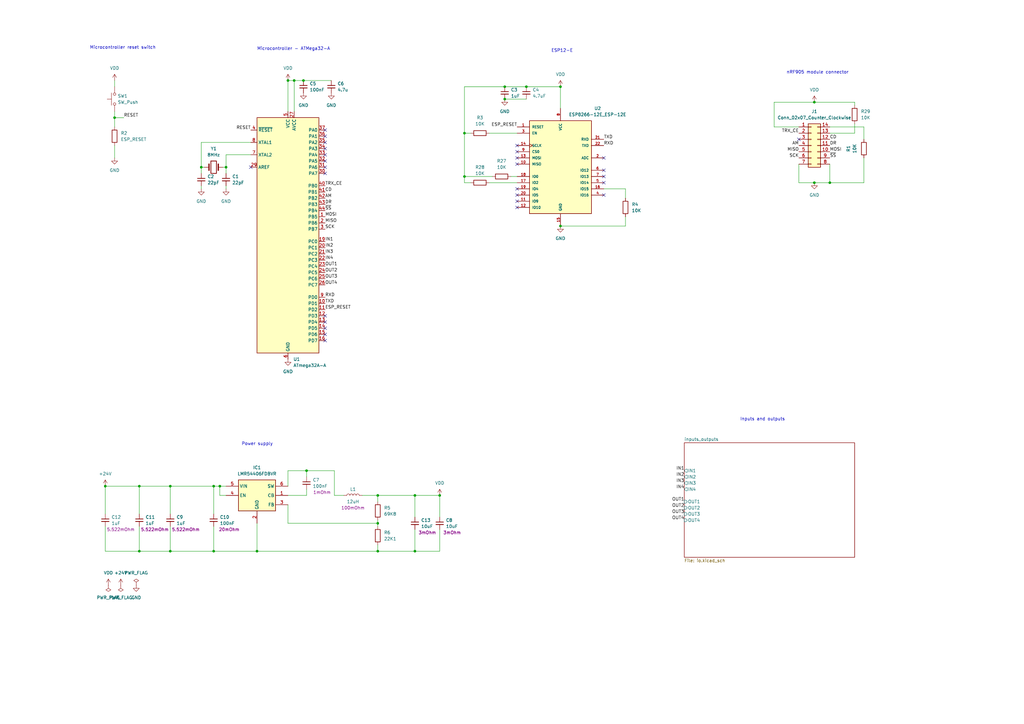
<source format=kicad_sch>
(kicad_sch (version 20230121) (generator eeschema)
  (paper "A3")
  (lib_symbols
    (symbol "Connector_Generic:Conn_02x07_Counter_Clockwise" (pin_names (offset 1.016) hide)
      (property "Reference" "J" (at 1.27 10.16 0))
      (property "Value" "Conn_02x07_Counter_Clockwise" (at 1.27 -10.16 0))
      (symbol "Conn_02x07_Counter_Clockwise_1_1"
        (rectangle (start -1.27 -7.493) (end 0 -7.747) (stroke (width 0.1524)))
        (rectangle (start -1.27 -4.953) (end 0 -5.207) (stroke (width 0.1524)))
        (rectangle (start -1.27 -2.413) (end 0 -2.667) (stroke (width 0.1524)))
        (rectangle (start -1.27 0.127) (end 0 -0.127) (stroke (width 0.1524)))
        (rectangle (start -1.27 2.667) (end 0 2.413) (stroke (width 0.1524)))
        (rectangle (start -1.27 5.207) (end 0 4.953) (stroke (width 0.1524)))
        (rectangle (start -1.27 7.747) (end 0 7.493) (stroke (width 0.1524)))
        (rectangle (start -1.27 8.89) (end 3.81 -8.89) (stroke (width 0.254)) (fill (type background)))
        (rectangle (start 3.81 -7.493) (end 2.54 -7.747) (stroke (width 0.1524)))
        (rectangle (start 3.81 -4.953) (end 2.54 -5.207) (stroke (width 0.1524)))
        (rectangle (start 3.81 -2.413) (end 2.54 -2.667) (stroke (width 0.1524)))
        (rectangle (start 3.81 0.127) (end 2.54 -0.127) (stroke (width 0.1524)))
        (rectangle (start 3.81 2.667) (end 2.54 2.413) (stroke (width 0.1524)))
        (rectangle (start 3.81 5.207) (end 2.54 4.953) (stroke (width 0.1524)))
        (rectangle (start 3.81 7.747) (end 2.54 7.493) (stroke (width 0.1524)))
        (pin passive line (at -5.08 7.62 0) (length 3.81) (name "Pin_1") (number "1"))
        (pin passive line (at 7.62 -2.54 180) (length 3.81) (name "Pin_10") (number "10"))
        (pin passive line (at 7.62 0 180) (length 3.81) (name "Pin_11") (number "11"))
        (pin passive line (at 7.62 2.54 180) (length 3.81) (name "Pin_12") (number "12"))
        (pin passive line (at 7.62 5.08 180) (length 3.81) (name "Pin_13") (number "13"))
        (pin passive line (at 7.62 7.62 180) (length 3.81) (name "Pin_14") (number "14"))
        (pin passive line (at -5.08 5.08 0) (length 3.81) (name "Pin_2") (number "2"))
        (pin passive line (at -5.08 2.54 0) (length 3.81) (name "Pin_3") (number "3"))
        (pin passive line (at -5.08 0 0) (length 3.81) (name "Pin_4") (number "4"))
        (pin passive line (at -5.08 -2.54 0) (length 3.81) (name "Pin_5") (number "5"))
        (pin passive line (at -5.08 -5.08 0) (length 3.81) (name "Pin_6") (number "6"))
        (pin passive line (at -5.08 -7.62 0) (length 3.81) (name "Pin_7") (number "7"))
        (pin passive line (at 7.62 -7.62 180) (length 3.81) (name "Pin_8") (number "8"))
        (pin passive line (at 7.62 -5.08 180) (length 3.81) (name "Pin_9") (number "9"))
      )
    )
    (symbol "Device:C_Small" (pin_numbers hide) (pin_names (offset 0.254) hide)
      (property "Reference" "C" (at 0.254 1.778 0))
      (property "Value" "C_Small" (at 0.254 -2.032 0))
      (symbol "C_Small_0_1"
        (polyline (pts (xy -1.524 -0.508) (xy 1.524 -0.508)) (stroke (width 0.3302)))
        (polyline (pts (xy -1.524 0.508) (xy 1.524 0.508)) (stroke (width 0.3048)))
      )
      (symbol "C_Small_1_1"
        (pin passive line (at 0 2.54 270) (length 2.032) (name "~") (number "1"))
        (pin passive line (at 0 -2.54 90) (length 2.032) (name "~") (number "2"))
      )
    )
    (symbol "Device:Crystal" (pin_numbers hide) (pin_names (offset 1.016) hide)
      (property "Reference" "Y" (at 0 3.81 0))
      (property "Value" "Crystal" (at 0 -3.81 0))
      (symbol "Crystal_0_1"
        (rectangle (start -1.143 2.54) (end 1.143 -2.54) (stroke (width 0.3048)))
        (polyline (pts (xy -2.54 0) (xy -1.905 0)))
        (polyline (pts (xy -1.905 -1.27) (xy -1.905 1.27)) (stroke (width 0.508)))
        (polyline (pts (xy 1.905 -1.27) (xy 1.905 1.27)) (stroke (width 0.508)))
        (polyline (pts (xy 2.54 0) (xy 1.905 0)))
      )
      (symbol "Crystal_1_1"
        (pin passive line (at -3.81 0 0) (length 1.27) (name "1") (number "1"))
        (pin passive line (at 3.81 0 180) (length 1.27) (name "2") (number "2"))
      )
    )
    (symbol "Device:L" (pin_numbers hide) (pin_names (offset 1.016) hide)
      (property "Reference" "L" (at -1.27 0 90))
      (property "Value" "L" (at 1.905 0 90))
      (symbol "L_0_1"
        (arc (start 0 -2.54) (mid 0.6323 -1.905) (end 0 -1.27))
        (arc (start 0 -1.27) (mid 0.6323 -0.635) (end 0 0))
        (arc (start 0 0) (mid 0.6323 0.635) (end 0 1.27))
        (arc (start 0 1.27) (mid 0.6323 1.905) (end 0 2.54))
      )
      (symbol "L_1_1"
        (pin passive line (at 0 3.81 270) (length 1.27) (name "1") (number "1"))
        (pin passive line (at 0 -3.81 90) (length 1.27) (name "2") (number "2"))
      )
    )
    (symbol "Device:R" (pin_numbers hide) (pin_names (offset 0))
      (property "Reference" "R" (at 2.032 0 90))
      (property "Value" "R" (at 0 0 90))
      (symbol "R_0_1"
        (rectangle (start -1.016 -2.54) (end 1.016 2.54) (stroke (width 0.254)))
      )
      (symbol "R_1_1"
        (pin passive line (at 0 3.81 270) (length 1.27) (name "~") (number "1"))
        (pin passive line (at 0 -3.81 90) (length 1.27) (name "~") (number "2"))
      )
    )
    (symbol "ESP8266-12E_ESP-12E:ESP8266-12E_ESP-12E" (pin_names (offset 1.016))
      (property "Reference" "U2" (at 15.24 22.86 0))
      (property "Value" "ESP8266-12E_ESP-12E" (at 15.24 20.32 0))
      (symbol "ESP8266-12E_ESP-12E_0_0"
        (rectangle (start -12.7 -20.32) (end 12.7 17.78) (stroke (width 0.254)) (fill (type background)))
        (pin input line (at -17.78 15.24 0) (length 5.08) (name "RESET") (number "1"))
        (pin bidirectional line (at -17.78 0 0) (length 5.08) (name "MISO") (number "10"))
        (pin bidirectional line (at -17.78 -15.24 0) (length 5.08) (name "IO9") (number "11"))
        (pin bidirectional line (at -17.78 -17.78 0) (length 5.08) (name "IO10") (number "12"))
        (pin bidirectional line (at -17.78 2.54 0) (length 5.08) (name "MOSI") (number "13"))
        (pin input clock (at -17.78 7.62 0) (length 5.08) (name "SCLK") (number "14"))
        (pin power_in line (at 0 -25.4 90) (length 5.08) (name "GND") (number "15"))
        (pin bidirectional line (at 17.78 -10.16 180) (length 5.08) (name "IO15") (number "16"))
        (pin bidirectional line (at -17.78 -7.62 0) (length 5.08) (name "IO2") (number "17"))
        (pin bidirectional line (at -17.78 -5.08 0) (length 5.08) (name "IO0") (number "18"))
        (pin bidirectional line (at -17.78 -10.16 0) (length 5.08) (name "IO4") (number "19"))
        (pin passive line (at 17.78 2.54 180) (length 5.08) (name "ADC") (number "2"))
        (pin bidirectional line (at -17.78 -12.7 0) (length 5.08) (name "IO5") (number "20"))
        (pin input line (at 17.78 10.16 180) (length 5.08) (name "RXD") (number "21"))
        (pin output line (at 17.78 7.62 180) (length 5.08) (name "TXD") (number "22"))
        (pin input line (at -17.78 12.7 0) (length 5.08) (name "EN") (number "3"))
        (pin bidirectional line (at 17.78 -12.7 180) (length 5.08) (name "IO16") (number "4"))
        (pin bidirectional line (at 17.78 -7.62 180) (length 5.08) (name "IO14") (number "5"))
        (pin bidirectional line (at 17.78 -2.54 180) (length 5.08) (name "IO12") (number "6"))
        (pin bidirectional line (at 17.78 -5.08 180) (length 5.08) (name "IO13") (number "7"))
        (pin power_in line (at 0 22.86 270) (length 5.08) (name "VCC") (number "8"))
        (pin input line (at -17.78 5.08 0) (length 5.08) (name "CS0") (number "9"))
      )
    )
    (symbol "LMR54406FDBVR:LMR54406FDBVR"
      (property "Reference" "IC1" (at 12.7 7.62 0))
      (property "Value" "LMR54406FDBVR" (at 12.7 5.08 0))
      (symbol "LMR54406FDBVR_1_1"
        (rectangle (start 5.08 2.54) (end 20.32 -10.16) (stroke (width 0.254)) (fill (type background)))
        (pin passive line (at 25.4 -3.81 180) (length 5.08) (name "CB") (number "1"))
        (pin passive line (at 12.7 -15.24 90) (length 5.08) (name "GND") (number "2"))
        (pin passive line (at 25.4 -7.62 180) (length 5.08) (name "FB") (number "3"))
        (pin passive line (at 0 -3.81 0) (length 5.08) (name "EN") (number "4"))
        (pin passive line (at 0 0 0) (length 5.08) (name "VIN") (number "5"))
        (pin passive line (at 25.4 0 180) (length 5.08) (name "SW") (number "6"))
      )
    )
    (symbol "MCU_Microchip_ATmega:ATmega32A-A"
      (property "Reference" "U" (at -12.7 49.53 0))
      (property "Value" "ATmega32A-A" (at 2.54 -49.53 0))
      (symbol "ATmega32A-A_0_1"
        (rectangle (start -12.7 -48.26) (end 12.7 48.26) (stroke (width 0.254)) (fill (type background)))
      )
      (symbol "ATmega32A-A_1_1"
        (pin bidirectional line (at 15.24 7.62 180) (length 2.54) (name "PB5") (number "1"))
        (pin bidirectional line (at 15.24 -27.94 180) (length 2.54) (name "PD1") (number "10"))
        (pin bidirectional line (at 15.24 -30.48 180) (length 2.54) (name "PD2") (number "11"))
        (pin bidirectional line (at 15.24 -33.02 180) (length 2.54) (name "PD3") (number "12"))
        (pin bidirectional line (at 15.24 -35.56 180) (length 2.54) (name "PD4") (number "13"))
        (pin bidirectional line (at 15.24 -38.1 180) (length 2.54) (name "PD5") (number "14"))
        (pin bidirectional line (at 15.24 -40.64 180) (length 2.54) (name "PD6") (number "15"))
        (pin bidirectional line (at 15.24 -43.18 180) (length 2.54) (name "PD7") (number "16"))
        (pin passive line (at 0 50.8 270) (length 2.54) hide (name "VCC") (number "17"))
        (pin passive line (at 0 -50.8 90) (length 2.54) hide (name "GND") (number "18"))
        (pin bidirectional line (at 15.24 -2.54 180) (length 2.54) (name "PC0") (number "19"))
        (pin bidirectional line (at 15.24 5.08 180) (length 2.54) (name "PB6") (number "2"))
        (pin bidirectional line (at 15.24 -5.08 180) (length 2.54) (name "PC1") (number "20"))
        (pin bidirectional line (at 15.24 -7.62 180) (length 2.54) (name "PC2") (number "21"))
        (pin bidirectional line (at 15.24 -10.16 180) (length 2.54) (name "PC3") (number "22"))
        (pin bidirectional line (at 15.24 -12.7 180) (length 2.54) (name "PC4") (number "23"))
        (pin bidirectional line (at 15.24 -15.24 180) (length 2.54) (name "PC5") (number "24"))
        (pin bidirectional line (at 15.24 -17.78 180) (length 2.54) (name "PC6") (number "25"))
        (pin bidirectional line (at 15.24 -20.32 180) (length 2.54) (name "PC7") (number "26"))
        (pin power_in line (at 2.54 50.8 270) (length 2.54) (name "AVCC") (number "27"))
        (pin passive line (at 0 -50.8 90) (length 2.54) hide (name "GND") (number "28"))
        (pin passive line (at -15.24 27.94 0) (length 2.54) (name "AREF") (number "29"))
        (pin bidirectional line (at 15.24 2.54 180) (length 2.54) (name "PB7") (number "3"))
        (pin bidirectional line (at 15.24 25.4 180) (length 2.54) (name "PA7") (number "30"))
        (pin bidirectional line (at 15.24 27.94 180) (length 2.54) (name "PA6") (number "31"))
        (pin bidirectional line (at 15.24 30.48 180) (length 2.54) (name "PA5") (number "32"))
        (pin bidirectional line (at 15.24 33.02 180) (length 2.54) (name "PA4") (number "33"))
        (pin bidirectional line (at 15.24 35.56 180) (length 2.54) (name "PA3") (number "34"))
        (pin bidirectional line (at 15.24 38.1 180) (length 2.54) (name "PA2") (number "35"))
        (pin bidirectional line (at 15.24 40.64 180) (length 2.54) (name "PA1") (number "36"))
        (pin bidirectional line (at 15.24 43.18 180) (length 2.54) (name "PA0") (number "37"))
        (pin passive line (at 0 50.8 270) (length 2.54) hide (name "VCC") (number "38"))
        (pin passive line (at 0 -50.8 90) (length 2.54) hide (name "GND") (number "39"))
        (pin input line (at -15.24 43.18 0) (length 2.54) (name "~{RESET}") (number "4"))
        (pin bidirectional line (at 15.24 20.32 180) (length 2.54) (name "PB0") (number "40"))
        (pin bidirectional line (at 15.24 17.78 180) (length 2.54) (name "PB1") (number "41"))
        (pin bidirectional line (at 15.24 15.24 180) (length 2.54) (name "PB2") (number "42"))
        (pin bidirectional line (at 15.24 12.7 180) (length 2.54) (name "PB3") (number "43"))
        (pin bidirectional line (at 15.24 10.16 180) (length 2.54) (name "PB4") (number "44"))
        (pin power_in line (at 0 50.8 270) (length 2.54) (name "VCC") (number "5"))
        (pin power_in line (at 0 -50.8 90) (length 2.54) (name "GND") (number "6"))
        (pin output line (at -15.24 33.02 0) (length 2.54) (name "XTAL2") (number "7"))
        (pin input line (at -15.24 38.1 0) (length 2.54) (name "XTAL1") (number "8"))
        (pin bidirectional line (at 15.24 -25.4 180) (length 2.54) (name "PD0") (number "9"))
      )
    )
    (symbol "Switch:SW_Push" (pin_numbers hide) (pin_names (offset 1.016) hide)
      (property "Reference" "SW" (at 1.27 2.54 0))
      (property "Value" "SW_Push" (at 0 -1.524 0))
      (symbol "SW_Push_0_1"
        (circle (center -2.032 0) (radius 0.508))
        (polyline (pts (xy 0 1.27) (xy 0 3.048)))
        (polyline (pts (xy 2.54 1.27) (xy -2.54 1.27)))
        (circle (center 2.032 0) (radius 0.508))
        (pin passive line (at -5.08 0 0) (length 2.54) (name "1") (number "1"))
        (pin passive line (at 5.08 0 180) (length 2.54) (name "2") (number "2"))
      )
    )
    (symbol "power:+24V" (power) (pin_names (offset 0))
      (property "Value" "+24V" (at 0 3.556 0))
      (symbol "+24V_0_1"
        (polyline (pts (xy -0.762 1.27) (xy 0 2.54)))
        (polyline (pts (xy 0 0) (xy 0 2.54)))
        (polyline (pts (xy 0 2.54) (xy 0.762 1.27)))
      )
      (symbol "+24V_1_1"
        (pin power_in line (at 0 0 90) (length 0) hide (name "+24V") (number "1"))
      )
    )
    (symbol "power:GND" (power) (pin_names (offset 0))
      (property "Value" "GND" (at 0 -3.81 0))
      (symbol "GND_0_1"
        (polyline (pts (xy 0 0) (xy 0 -1.27) (xy 1.27 -1.27) (xy 0 -2.54) (xy -1.27 -1.27) (xy 0 -1.27)))
      )
      (symbol "GND_1_1"
        (pin power_in line (at 0 0 270) (length 0) hide (name "GND") (number "1"))
      )
    )
    (symbol "power:PWR_FLAG" (power) (pin_numbers hide) (pin_names (offset 0) hide)
      (property "Value" "PWR_FLAG" (at 0 3.81 0))
      (symbol "PWR_FLAG_0_0"
        (pin power_out line (at 0 0 90) (length 0) (name "pwr") (number "1"))
      )
      (symbol "PWR_FLAG_0_1"
        (polyline (pts (xy 0 0) (xy 0 1.27) (xy -1.016 1.905) (xy 0 2.54) (xy 1.016 1.905) (xy 0 1.27)))
      )
    )
    (symbol "power:VDD" (power) (pin_names (offset 0))
      (property "Value" "VDD" (at 0 3.81 0))
      (symbol "VDD_0_1"
        (polyline (pts (xy -0.762 1.27) (xy 0 2.54)))
        (polyline (pts (xy 0 0) (xy 0 2.54)))
        (polyline (pts (xy 0 2.54) (xy 0.762 1.27)))
      )
      (symbol "VDD_1_1"
        (pin power_in line (at 0 0 90) (length 0) hide (name "VDD") (number "1"))
      )
    )
  )
  (junction (at 334.01 41.91))
  (junction (at 82.55 68.58))
  (junction (at 118.11 33.02))
  (junction (at 43.18 199.39))
  (junction (at 229.87 35.56))
  (junction (at 154.94 214.63))
  (junction (at 120.65 33.02))
  (junction (at 87.63 199.39))
  (junction (at 215.9 35.56))
  (junction (at 170.18 203.2))
  (junction (at 207.01 35.56))
  (junction (at 105.41 226.06))
  (junction (at 57.15 226.06))
  (junction (at 190.5 54.61))
  (junction (at 69.85 226.06))
  (junction (at 170.18 226.06))
  (junction (at 154.94 226.06))
  (junction (at 334.01 74.93))
  (junction (at 69.85 199.39))
  (junction (at 92.71 68.58))
  (junction (at 90.17 199.39))
  (junction (at 207.01 40.64))
  (junction (at 180.34 203.2))
  (junction (at 125.73 193.04))
  (junction (at 340.36 74.93))
  (junction (at 57.15 199.39))
  (junction (at 124.46 33.02))
  (junction (at 190.5 72.39))
  (junction (at 229.87 92.71))
  (junction (at 46.99 48.26))
  (junction (at 87.63 226.06))
  (junction (at 154.94 203.2))
  (no_connect (at 212.09 77.47))
  (no_connect (at 212.09 67.31))
  (no_connect (at 212.09 64.77))
  (no_connect (at 212.09 82.55))
  (no_connect (at 247.65 64.77))
  (no_connect (at 247.65 74.93))
  (no_connect (at 133.35 66.04))
  (no_connect (at 247.65 72.39))
  (no_connect (at 212.09 80.01))
  (no_connect (at 212.09 85.09))
  (no_connect (at 133.35 68.58))
  (no_connect (at 212.09 59.69))
  (no_connect (at 102.87 68.58))
  (no_connect (at 247.65 69.85))
  (no_connect (at 133.35 139.7))
  (no_connect (at 133.35 132.08))
  (no_connect (at 133.35 53.34))
  (no_connect (at 133.35 129.54))
  (no_connect (at 133.35 134.62))
  (no_connect (at 133.35 71.12))
  (no_connect (at 247.65 80.01))
  (no_connect (at 212.09 62.23))
  (no_connect (at 133.35 58.42))
  (no_connect (at 327.66 57.15))
  (no_connect (at 133.35 55.88))
  (no_connect (at 133.35 137.16))
  (no_connect (at 133.35 63.5))
  (no_connect (at 133.35 60.96))
  (wire (pts (xy 215.9 35.56) (xy 229.87 35.56)))
  (wire (pts (xy 87.63 210.82) (xy 87.63 199.39)))
  (wire (pts (xy 118.11 199.39) (xy 118.11 193.04)))
  (wire (pts (xy 57.15 210.82) (xy 57.15 199.39)))
  (wire (pts (xy 118.11 214.63) (xy 118.11 207.01)))
  (wire (pts (xy 118.11 203.2) (xy 125.73 203.2)))
  (wire (pts (xy 154.94 203.2) (xy 170.18 203.2)))
  (wire (pts (xy 43.18 226.06) (xy 57.15 226.06)))
  (wire (pts (xy 46.99 33.02) (xy 46.99 35.56)))
  (wire (pts (xy 43.18 215.9) (xy 43.18 226.06)))
  (wire (pts (xy 350.52 41.91) (xy 350.52 43.18)))
  (wire (pts (xy 229.87 35.56) (xy 229.87 44.45)))
  (wire (pts (xy 118.11 33.02) (xy 118.11 45.72)))
  (wire (pts (xy 82.55 68.58) (xy 82.55 71.12)))
  (wire (pts (xy 120.65 33.02) (xy 120.65 45.72)))
  (wire (pts (xy 154.94 226.06) (xy 105.41 226.06)))
  (wire (pts (xy 118.11 33.02) (xy 120.65 33.02)))
  (wire (pts (xy 46.99 48.26) (xy 50.8 48.26)))
  (wire (pts (xy 148.59 203.2) (xy 154.94 203.2)))
  (wire (pts (xy 92.71 68.58) (xy 92.71 63.5)))
  (wire (pts (xy 57.15 199.39) (xy 69.85 199.39)))
  (wire (pts (xy 154.94 213.36) (xy 154.94 214.63)))
  (wire (pts (xy 154.94 223.52) (xy 154.94 226.06)))
  (wire (pts (xy 354.33 64.77) (xy 354.33 74.93)))
  (wire (pts (xy 180.34 226.06) (xy 170.18 226.06)))
  (wire (pts (xy 190.5 35.56) (xy 207.01 35.56)))
  (wire (pts (xy 137.16 203.2) (xy 140.97 203.2)))
  (wire (pts (xy 350.52 54.61) (xy 340.36 54.61)))
  (wire (pts (xy 350.52 41.91) (xy 334.01 41.91)))
  (wire (pts (xy 207.01 40.64) (xy 215.9 40.64)))
  (wire (pts (xy 180.34 203.2) (xy 180.34 212.09)))
  (wire (pts (xy 124.46 33.02) (xy 135.89 33.02)))
  (wire (pts (xy 340.36 74.93) (xy 340.36 67.31)))
  (wire (pts (xy 180.34 217.17) (xy 180.34 226.06)))
  (wire (pts (xy 190.5 72.39) (xy 190.5 54.61)))
  (wire (pts (xy 154.94 214.63) (xy 118.11 214.63)))
  (wire (pts (xy 170.18 203.2) (xy 170.18 212.09)))
  (wire (pts (xy 209.55 72.39) (xy 212.09 72.39)))
  (wire (pts (xy 46.99 45.72) (xy 46.99 48.26)))
  (wire (pts (xy 247.65 77.47) (xy 256.54 77.47)))
  (wire (pts (xy 105.41 214.63) (xy 105.41 226.06)))
  (wire (pts (xy 350.52 50.8) (xy 350.52 54.61)))
  (wire (pts (xy 193.04 54.61) (xy 190.5 54.61)))
  (wire (pts (xy 57.15 226.06) (xy 69.85 226.06)))
  (wire (pts (xy 87.63 199.39) (xy 90.17 199.39)))
  (wire (pts (xy 92.71 68.58) (xy 92.71 71.12)))
  (wire (pts (xy 69.85 199.39) (xy 69.85 210.82)))
  (wire (pts (xy 46.99 59.69) (xy 46.99 64.77)))
  (wire (pts (xy 69.85 199.39) (xy 87.63 199.39)))
  (wire (pts (xy 82.55 58.42) (xy 82.55 68.58)))
  (wire (pts (xy 43.18 199.39) (xy 43.18 210.82)))
  (wire (pts (xy 256.54 88.9) (xy 256.54 92.71)))
  (wire (pts (xy 57.15 215.9) (xy 57.15 226.06)))
  (wire (pts (xy 92.71 63.5) (xy 102.87 63.5)))
  (wire (pts (xy 354.33 52.07) (xy 340.36 52.07)))
  (wire (pts (xy 190.5 54.61) (xy 190.5 35.56)))
  (wire (pts (xy 92.71 68.58) (xy 91.44 68.58)))
  (wire (pts (xy 87.63 226.06) (xy 87.63 215.9)))
  (wire (pts (xy 170.18 226.06) (xy 154.94 226.06)))
  (wire (pts (xy 229.87 92.71) (xy 256.54 92.71)))
  (wire (pts (xy 69.85 215.9) (xy 69.85 226.06)))
  (wire (pts (xy 212.09 54.61) (xy 200.66 54.61)))
  (wire (pts (xy 334.01 74.93) (xy 327.66 74.93)))
  (wire (pts (xy 43.18 199.39) (xy 57.15 199.39)))
  (wire (pts (xy 317.5 41.91) (xy 317.5 52.07)))
  (wire (pts (xy 190.5 72.39) (xy 201.93 72.39)))
  (wire (pts (xy 256.54 77.47) (xy 256.54 81.28)))
  (wire (pts (xy 125.73 195.58) (xy 125.73 193.04)))
  (wire (pts (xy 105.41 226.06) (xy 87.63 226.06)))
  (wire (pts (xy 212.09 74.93) (xy 200.66 74.93)))
  (wire (pts (xy 170.18 203.2) (xy 180.34 203.2)))
  (wire (pts (xy 90.17 199.39) (xy 92.71 199.39)))
  (wire (pts (xy 154.94 203.2) (xy 154.94 205.74)))
  (wire (pts (xy 69.85 226.06) (xy 87.63 226.06)))
  (wire (pts (xy 193.04 74.93) (xy 190.5 74.93)))
  (wire (pts (xy 317.5 52.07) (xy 327.66 52.07)))
  (wire (pts (xy 120.65 33.02) (xy 124.46 33.02)))
  (wire (pts (xy 118.11 193.04) (xy 125.73 193.04)))
  (wire (pts (xy 334.01 41.91) (xy 317.5 41.91)))
  (wire (pts (xy 125.73 203.2) (xy 125.73 200.66)))
  (wire (pts (xy 46.99 48.26) (xy 46.99 52.07)))
  (wire (pts (xy 170.18 217.17) (xy 170.18 226.06)))
  (wire (pts (xy 334.01 74.93) (xy 340.36 74.93)))
  (wire (pts (xy 190.5 74.93) (xy 190.5 72.39)))
  (wire (pts (xy 82.55 68.58) (xy 83.82 68.58)))
  (wire (pts (xy 82.55 76.2) (xy 82.55 77.47)))
  (wire (pts (xy 154.94 214.63) (xy 154.94 215.9)))
  (wire (pts (xy 82.55 58.42) (xy 102.87 58.42)))
  (wire (pts (xy 137.16 193.04) (xy 137.16 203.2)))
  (wire (pts (xy 354.33 52.07) (xy 354.33 57.15)))
  (wire (pts (xy 207.01 35.56) (xy 215.9 35.56)))
  (wire (pts (xy 90.17 203.2) (xy 90.17 199.39)))
  (wire (pts (xy 125.73 193.04) (xy 137.16 193.04)))
  (wire (pts (xy 92.71 76.2) (xy 92.71 77.47)))
  (wire (pts (xy 327.66 74.93) (xy 327.66 67.31)))
  (wire (pts (xy 340.36 74.93) (xy 354.33 74.93)))
  (wire (pts (xy 92.71 203.2) (xy 90.17 203.2)))
  (text "Power supply\n" (at 99.06 182.88 0) (effects (font (size 1.27 1.27)) (justify left bottom)))
  (text "nRF905 module connector\n" (at 322.58 30.48 0) (effects (font (size 1.27 1.27)) (justify left bottom)))
  (text "Inputs and outputs\n" (at 303.53 172.72 0) (effects (font (size 1.27 1.27)) (justify left bottom)))
  (text "Microcontroller reset switch" (at 36.83 20.32 0) (effects (font (size 1.27 1.27)) (justify left bottom)))
  (text "Microcontroller - ATMega32-A\n\n" (at 105.41 22.86 0) (effects (font (size 1.27 1.27)) (justify left bottom)))
  (text "ESP12-E\n" (at 226.06 21.59 0) (effects (font (size 1.27 1.27)) (justify left bottom)))
  (label "IN4" (at 133.35 106.68 0))
  (label "RXD" (at 133.35 121.92 0))
  (label "OUT4" (at 133.35 116.84 0))
  (label "DR" (at 133.35 83.82 0))
  (label "SCK" (at 327.66 64.77 180))
  (label "RESET" (at 50.8 48.26 0))
  (label "CD" (at 340.36 57.15 0))
  (label "OUT4" (at 280.67 213.36 180))
  (label "OUT1" (at 280.67 205.74 180))
  (label "IN2" (at 280.67 195.58 180))
  (label "IN4" (at 280.67 200.66 180))
  (label "TRX_CE" (at 327.66 54.61 180))
  (label "OUT2" (at 280.67 208.28 180))
  (label "ESP_RESET" (at 212.09 52.07 180))
  (label "MISO" (at 327.66 62.23 180))
  (label "MOSI" (at 133.35 88.9 0))
  (label "SCK" (at 133.35 93.98 0))
  (label "AM" (at 133.35 81.28 0))
  (label "OUT3" (at 280.67 210.82 180))
  (label "IN2" (at 133.35 101.6 0))
  (label "TXD" (at 247.65 57.15 0))
  (label "MISO" (at 133.35 91.44 0))
  (label "IN3" (at 280.67 198.12 180))
  (label "RXD" (at 247.65 59.69 0))
  (label "IN1" (at 133.35 99.06 0))
  (label "~{SS}" (at 340.36 64.77 0))
  (label "IN1" (at 280.67 193.04 180))
  (label "OUT3" (at 133.35 114.3 0))
  (label "ESP_RESET" (at 133.35 127 0))
  (label "OUT2" (at 133.35 111.76 0))
  (label "IN3" (at 133.35 104.14 0))
  (label "OUT1" (at 133.35 109.22 0))
  (label "AM" (at 327.66 59.69 180))
  (label "RESET" (at 102.87 53.34 180))
  (label "CD" (at 133.35 78.74 0))
  (label "MOSI" (at 340.36 62.23 0))
  (label "TRX_CE" (at 133.35 76.2 0))
  (label "~{SS}" (at 133.35 86.36 0))
  (label "DR" (at 340.36 59.69 0))
  (label "TXD" (at 133.35 124.46 0))
  (symbol (lib_id "power:VDD") (at 118.11 33.02 0) (unit 1)
    (property "Reference" "#PWR02" (effects hide))
    (property "Value" "VDD" (at 118.11 27.94 0))
  )
  (symbol (lib_id "Device:C_Small") (at 125.73 198.12 0) (unit 1)
    (property "Reference" "C7" (at 128.27 196.8563 0) (effects (justify left)))
    (property "Value" "100nF" (at 128.27 199.3963 0) (effects (justify left)))
    (property "ESR" "1mOhm" (at 132.08 201.93 0))
  )
  (symbol (lib_id "power:GND") (at 207.01 40.64 0) (unit 1)
    (property "Reference" "#PWR011" (effects hide))
    (property "Value" "GND" (at 207.01 45.72 0))
  )
  (symbol (lib_id "Device:C_Small") (at 69.85 213.36 0) (unit 1)
    (property "Reference" "C9" (at 72.39 212.0963 0) (effects (justify left)))
    (property "Value" "1uF" (at 72.39 214.6363 0) (effects (justify left)))
    (property "ESR" "5.522mOhm" (at 76.2 217.17 0))
    (property "QTY" "Qty=3" (effects hide))
  )
  (symbol (lib_id "power:VDD") (at 180.34 203.2 0) (unit 1)
    (property "Reference" "#PWR016" (effects hide))
    (property "Value" "VDD" (at 180.34 198.12 0))
  )
  (symbol (lib_id "power:+24V") (at 49.53 240.03 0) (unit 1)
    (property "Reference" "#PWR042" (effects hide))
    (property "Value" "+24V" (at 49.53 234.95 0))
  )
  (symbol (lib_id "power:GND") (at 124.46 38.1 0) (unit 1)
    (property "Reference" "#PWR013" (effects hide))
    (property "Value" "GND" (at 124.46 43.18 0))
  )
  (symbol (lib_id "power:+24V") (at 43.18 199.39 0) (unit 1)
    (property "Reference" "#PWR015" (effects hide))
    (property "Value" "+24V" (at 43.18 194.31 0))
  )
  (symbol (lib_id "Device:C_Small") (at 215.9 38.1 0) (unit 1)
    (property "Reference" "C4" (at 218.44 36.8363 0) (effects (justify left)))
    (property "Value" "4.7uF" (at 218.44 39.3763 0) (effects (justify left)))
  )
  (symbol (lib_id "Connector_Generic:Conn_02x07_Counter_Clockwise") (at 332.74 59.69 0) (unit 1)
    (property "Reference" "J1" (at 334.01 45.72 0))
    (property "Value" "Conn_02x07_Counter_Clockwise" (at 334.01 48.26 0))
  )
  (symbol (lib_id "Device:C_Small") (at 43.18 213.36 0) (unit 1)
    (property "Reference" "C12" (at 45.72 212.0963 0) (effects (justify left)))
    (property "Value" "1uF" (at 45.72 214.6363 0) (effects (justify left)))
    (property "ESR" "5.522mOhm" (at 49.53 217.17 0))
    (property "QTY" "Qty=3" (effects hide))
  )
  (symbol (lib_id "power:VDD") (at 229.87 35.56 0) (unit 1)
    (property "Reference" "#PWR044" (effects hide))
    (property "Value" "VDD" (at 229.87 30.48 0))
  )
  (symbol (lib_id "Device:C_Small") (at 170.18 214.63 0) (unit 1)
    (property "Reference" "C13" (at 172.72 213.3663 0) (effects (justify left)))
    (property "Value" "10uF" (at 172.72 215.9063 0) (effects (justify left)))
    (property "ESR" "3mOhm" (at 175.26 218.44 0))
    (property "QTY" "Qty=2" (effects hide))
  )
  (symbol (lib_id "Device:C_Small") (at 82.55 73.66 0) (unit 1)
    (property "Reference" "C2" (at 85.09 72.3963 0) (effects (justify left)))
    (property "Value" "22pF" (at 85.09 74.9363 0) (effects (justify left)))
  )
  (symbol (lib_id "power:PWR_FLAG") (at 55.88 240.03 0) (unit 1)
    (property "Reference" "#FLG03" (effects hide))
    (property "Value" "PWR_FLAG" (at 55.88 234.95 0))
  )
  (symbol (lib_id "power:GND") (at 118.11 147.32 0) (unit 1)
    (property "Reference" "#PWR01" (effects hide))
    (property "Value" "GND" (at 118.11 152.4 0))
  )
  (symbol (lib_id "power:GND") (at 82.55 77.47 0) (unit 1)
    (property "Reference" "#PWR05" (effects hide))
    (property "Value" "GND" (at 82.55 82.55 0))
  )
  (symbol (lib_id "Device:C_Small") (at 92.71 73.66 0) (unit 1)
    (property "Reference" "C1" (at 95.25 72.3963 0) (effects (justify left)))
    (property "Value" "22pF" (at 95.25 74.9363 0) (effects (justify left)))
  )
  (symbol (lib_id "power:VDD") (at 44.45 240.03 0) (unit 1)
    (property "Reference" "#PWR041" (effects hide))
    (property "Value" "VDD" (at 44.45 234.95 0))
  )
  (symbol (lib_id "Device:L") (at 144.78 203.2 90) (unit 1)
    (property "Reference" "L1" (at 144.78 200.66 90))
    (property "Value" "12uH" (at 144.78 205.74 90))
    (property "ESR" "100mOhm" (at 144.78 208.28 90))
  )
  (symbol (lib_id "Device:C_Small") (at 124.46 35.56 0) (unit 1)
    (property "Reference" "C5" (at 127 34.2963 0) (effects (justify left)))
    (property "Value" "100nF" (at 127 36.8363 0) (effects (justify left)))
  )
  (symbol (lib_id "Device:R") (at 196.85 54.61 90) (unit 1)
    (property "Reference" "R3" (at 196.85 48.26 90))
    (property "Value" "10K" (at 196.85 50.8 90))
  )
  (symbol (lib_id "power:GND") (at 55.88 240.03 0) (unit 1)
    (property "Reference" "#PWR043" (effects hide))
    (property "Value" "GND" (at 55.88 245.11 0))
  )
  (symbol (lib_id "Device:C_Small") (at 57.15 213.36 0) (unit 1)
    (property "Reference" "C11" (at 59.69 212.0963 0) (effects (justify left)))
    (property "Value" "1uF" (at 59.69 214.6363 0) (effects (justify left)))
    (property "ESR" "5.522mOhm" (at 63.5 217.17 0))
    (property "QTY" "Qty=3" (effects hide))
  )
  (symbol (lib_id "Device:R") (at 256.54 85.09 0) (unit 1)
    (property "Reference" "R4" (at 259.08 83.82 0) (effects (justify left)))
    (property "Value" "10K" (at 259.08 86.36 0) (effects (justify left)))
  )
  (symbol (lib_id "Device:R") (at 205.74 72.39 90) (unit 1)
    (property "Reference" "R27" (at 205.74 66.04 90))
    (property "Value" "10K" (at 205.74 68.58 90))
  )
  (symbol (lib_id "Device:R") (at 354.33 60.96 0) (unit 1)
    (property "Reference" "R1" (at 347.98 60.96 90))
    (property "Value" "10K" (at 350.52 60.96 90))
  )
  (symbol (lib_id "power:GND") (at 135.89 38.1 0) (unit 1)
    (property "Reference" "#PWR014" (effects hide))
    (property "Value" "GND" (at 135.89 43.18 0))
  )
  (symbol (lib_id "Device:R") (at 350.52 46.99 180) (unit 1)
    (property "Reference" "R29" (at 353.06 45.72 0) (effects (justify right)))
    (property "Value" "10K" (at 353.06 48.26 0) (effects (justify right)))
  )
  (symbol (lib_id "power:PWR_FLAG") (at 44.45 240.03 180) (unit 1)
    (property "Reference" "#FLG01" (effects hide))
    (property "Value" "PWR_FLAG" (at 44.45 245.11 0))
  )
  (symbol (lib_id "ESP8266-12E_ESP-12E:ESP8266-12E_ESP-12E") (at 229.87 67.31 0) (unit 1)
    (property "Reference" "U2" (at 245.11 44.45 0))
    (property "Value" "ESP8266-12E_ESP-12E" (at 245.11 46.99 0))
    (property "Footprint" "ESP8266-12E_ESP-12E:XCVR_ESP8266-12E_ESP-12E" (effects hide))
    (property "MF" "AI-Thinker" (effects hide))
    (property "Description" "\nThis WiFi module has a 32-bit MCU micro and clock speeds supporting 80 MHz or 160 MHz. Supports the RTOS and integrated Wi-Fi MAC/BB/RF/PA/LNA, and has an on-board antenna.\n" (effects hide))
    (property "Package" "None" (effects hide))
    (property "Price" "None" (effects hide))
    (property "Check_prices" "https://www.snapeda.com/parts/ESP8266-12E/ESP-12E/AI-Thinker/view-part/?ref=eda" (effects hide))
    (property "SnapEDA_Link" "https://www.snapeda.com/parts/ESP8266-12E/ESP-12E/AI-Thinker/view-part/?ref=snap" (effects hide))
    (property "MP" "ESP8266-12E/ESP-12E" (effects hide))
    (property "Availability" "Not in stock" (effects hide))
    (property "MANUFACTURER" "AI-Thinker" (effects hide))
  )
  (symbol (lib_id "power:GND") (at 46.99 64.77 0) (unit 1)
    (property "Reference" "#PWR010" (effects hide))
    (property "Value" "GND" (at 46.99 69.85 0))
  )
  (symbol (lib_id "Device:C_Small") (at 180.34 214.63 0) (unit 1)
    (property "Reference" "C8" (at 182.88 213.3663 0) (effects (justify left)))
    (property "Value" "10uF" (at 182.88 215.9063 0) (effects (justify left)))
    (property "ESR" "3mOhm" (at 185.42 218.44 0))
    (property "QTY" "Qty=2" (effects hide))
  )
  (symbol (lib_id "Device:C_Small") (at 207.01 38.1 0) (unit 1)
    (property "Reference" "C3" (at 209.55 36.8363 0) (effects (justify left)))
    (property "Value" "1uF" (at 209.55 39.3763 0) (effects (justify left)))
  )
  (symbol (lib_id "power:PWR_FLAG") (at 49.53 240.03 180) (unit 1)
    (property "Reference" "#FLG02" (effects hide))
    (property "Value" "PWR_FLAG" (at 49.53 245.11 0))
  )
  (symbol (lib_id "MCU_Microchip_ATmega:ATmega32A-A") (at 118.11 96.52 0) (unit 1)
    (property "Reference" "U1" (at 120.3041 147.32 0) (effects (justify left)))
    (property "Value" "ATmega32A-A" (at 120.3041 149.86 0) (effects (justify left)))
    (property "Footprint" "Package_QFP:TQFP-44_10x10mm_P0.8mm" (effects hide))
    (property "Datasheet" "http://ww1.microchip.com/downloads/en/DeviceDoc/atmel-8155-8-bit-microcontroller-avr-atmega32a_datasheet.pdf" (effects hide))
  )
  (symbol (lib_id "Device:R") (at 154.94 219.71 0) (unit 1)
    (property "Reference" "R6" (at 157.48 218.44 0) (effects (justify left)))
    (property "Value" "22K1" (at 157.48 220.98 0) (effects (justify left)))
  )
  (symbol (lib_id "power:VDD") (at 46.99 33.02 0) (unit 1)
    (property "Reference" "#PWR03" (effects hide))
    (property "Value" "VDD" (at 46.99 27.94 0))
  )
  (symbol (lib_id "Device:R") (at 196.85 74.93 90) (unit 1)
    (property "Reference" "R28" (at 196.85 68.58 90))
    (property "Value" "10K" (at 196.85 71.12 90))
  )
  (symbol (lib_id "power:GND") (at 229.87 92.71 0) (unit 1)
    (property "Reference" "#PWR012" (effects hide))
    (property "Value" "GND" (at 229.87 97.79 0))
  )
  (symbol (lib_id "Device:R") (at 154.94 209.55 0) (unit 1)
    (property "Reference" "R5" (at 157.48 208.28 0) (effects (justify left)))
    (property "Value" "69K8" (at 157.48 210.82 0) (effects (justify left)))
  )
  (symbol (lib_id "Switch:SW_Push") (at 46.99 40.64 90) (unit 1)
    (property "Reference" "SW1" (at 48.26 39.37 90) (effects (justify right)))
    (property "Value" "SW_Push" (at 48.26 41.91 90) (effects (justify right)))
  )
  (symbol (lib_id "Device:Crystal") (at 87.63 68.58 0) (unit 1)
    (property "Reference" "Y1" (at 87.63 60.96 0))
    (property "Value" "8MHz" (at 87.63 63.5 0))
  )
  (symbol (lib_id "power:VDD") (at 334.01 41.91 0) (unit 1)
    (property "Reference" "#PWR049" (effects hide))
    (property "Value" "VDD" (at 334.01 36.83 0))
  )
  (symbol (lib_id "Device:C_Small") (at 87.63 213.36 0) (unit 1)
    (property "Reference" "C10" (at 90.17 212.0963 0) (effects (justify left)))
    (property "Value" "100nF" (at 90.17 214.6363 0) (effects (justify left)))
    (property "ESR" "20mOhm" (at 93.98 217.17 0))
    (property "QTY" "Qty=2" (effects hide))
  )
  (symbol (lib_id "power:GND") (at 334.01 74.93 0) (unit 1)
    (property "Reference" "#PWR07" (effects hide))
    (property "Value" "GND" (at 334.01 80.01 0))
  )
  (symbol (lib_id "LMR54406FDBVR:LMR54406FDBVR") (at 92.71 199.39 0) (unit 1)
    (property "Reference" "IC1" (at 105.41 191.77 0))
    (property "Value" "LMR54406FDBVR" (at 105.41 194.31 0))
    (property "Footprint" "SOT95P280X145-6N" (effects hide))
    (property "Datasheet" "https://www.ti.com/lit/ds/symlink/lmr54406.pdf?HQS=dis-mous-null-mousermode-dsf-pf-null-wwe&ts=1658823113046&ref_url=https%253A%252F%252Fwww.mouser.in%252F" (effects hide))
    (property "Height" "1.45" (effects hide))
    (property "Mouser Part Number" "595-LMR54406FDBVR" (effects hide))
    (property "Mouser Price/Stock" "https://www.mouser.co.uk/ProductDetail/Texas-Instruments/LMR54406FDBVR?qs=rSMjJ%252B1ewcQJjvf06u3uOg%3D%3D" (effects hide))
    (property "Manufacturer_Name" "Texas Instruments" (effects hide))
    (property "Manufacturer_Part_Number" "LMR54406FDBVR" (effects hide))
  )
  (symbol (lib_id "Device:C_Small") (at 135.89 35.56 0) (unit 1)
    (property "Reference" "C6" (at 138.43 34.2963 0) (effects (justify left)))
    (property "Value" "4.7u" (at 138.43 36.8363 0) (effects (justify left)))
  )
  (symbol (lib_id "power:GND") (at 92.71 77.47 0) (unit 1)
    (property "Reference" "#PWR04" (effects hide))
    (property "Value" "GND" (at 92.71 82.55 0))
  )
  (symbol (lib_id "Device:R") (at 46.99 55.88 0) (unit 1)
    (property "Reference" "R2" (at 49.53 54.61 0) (effects (justify left)))
    (property "Value" "ESP_RESET" (at 49.53 57.15 0) (effects (justify left)))
  )
  (sheet (at 280.67 181.61) (size 69.85 46.99) (stroke (width 0.1524))
    (property "Sheetname" "inputs_outputs" (at 280.67 180.8984 0) (effects (justify left bottom)))
    (property "Sheetfile" "io.kicad_sch" (at 280.67 229.1846 0) (effects (justify left top)))
    (pin "IN4" output (at 280.67 200.66 180))
    (pin "IN2" output (at 280.67 195.58 180))
    (pin "IN1" output (at 280.67 193.04 180))
    (pin "IN3" output (at 280.67 198.12 180))
    (pin "OUT4" input (at 280.67 213.36 180))
    (pin "OUT2" input (at 280.67 208.28 180))
    (pin "OUT1" input (at 280.67 205.74 180))
    (pin "OUT3" input (at 280.67 210.82 180))
  )
)
</source>
